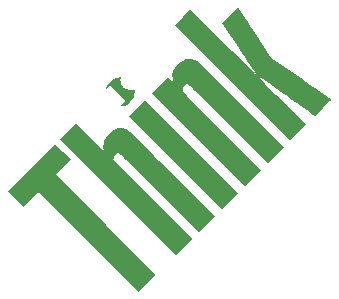
<source format=gto>
G04 #@! TF.GenerationSoftware,KiCad,Pcbnew,8.0.6-8.0.6-0~ubuntu22.04.1*
G04 #@! TF.CreationDate,2024-10-20T22:38:44+08:00*
G04 #@! TF.ProjectId,MacroPad,4d616372-6f50-4616-942e-6b696361645f,rev?*
G04 #@! TF.SameCoordinates,Original*
G04 #@! TF.FileFunction,Legend,Top*
G04 #@! TF.FilePolarity,Positive*
%FSLAX46Y46*%
G04 Gerber Fmt 4.6, Leading zero omitted, Abs format (unit mm)*
G04 Created by KiCad (PCBNEW 8.0.6-8.0.6-0~ubuntu22.04.1) date 2024-10-20 22:38:44*
%MOMM*%
%LPD*%
G01*
G04 APERTURE LIST*
G04 Aperture macros list*
%AMRotRect*
0 Rectangle, with rotation*
0 The origin of the aperture is its center*
0 $1 length*
0 $2 width*
0 $3 Rotation angle, in degrees counterclockwise*
0 Add horizontal line*
21,1,$1,$2,0,0,$3*%
G04 Aperture macros list end*
%ADD10C,0.000000*%
%ADD11C,1.750000*%
%ADD12C,4.000000*%
%ADD13C,2.500000*%
%ADD14R,2.000000X2.000000*%
%ADD15C,2.000000*%
%ADD16R,3.200000X2.000000*%
%ADD17R,1.524000X1.524000*%
%ADD18C,1.524000*%
%ADD19C,6.400000*%
%ADD20R,1.295400X1.295400*%
%ADD21C,1.295400*%
%ADD22RotRect,1.800000X1.800000X45.000000*%
%ADD23C,1.800000*%
%ADD24O,1.600000X2.000000*%
%ADD25R,1.600000X1.600000*%
%ADD26O,1.600000X1.600000*%
%ADD27C,1.400000*%
%ADD28O,1.400000X1.400000*%
%ADD29C,1.600000*%
%ADD30R,1.700000X1.700000*%
%ADD31O,1.700000X1.700000*%
G04 APERTURE END LIST*
D10*
G04 #@! TO.C,G\u002A\u002A\u002A*
G36*
X139342857Y-160915234D02*
G01*
X143278948Y-164851326D01*
X142595058Y-165535216D01*
X141911168Y-166219107D01*
X137990967Y-162283482D01*
X134070766Y-158347858D01*
X134738766Y-157663501D01*
X135406765Y-156979143D01*
X139342857Y-160915234D01*
G37*
G36*
X128494195Y-161371667D02*
G01*
X129147581Y-162025053D01*
X128509390Y-162663243D01*
X127871199Y-163301434D01*
X132110609Y-167540844D01*
X136350020Y-171780255D01*
X135620659Y-172509615D01*
X134891298Y-173238976D01*
X130651887Y-168999566D01*
X126412477Y-164760156D01*
X125774287Y-165398346D01*
X125136096Y-166036537D01*
X124482710Y-165383151D01*
X123829324Y-164729766D01*
X125835067Y-162724023D01*
X127840809Y-160718281D01*
X128494195Y-161371667D01*
G37*
G36*
X133604475Y-155112083D02*
G01*
X133885397Y-155224834D01*
X134145930Y-155417290D01*
X134176168Y-155446574D01*
X134378630Y-155702471D01*
X134504366Y-155984748D01*
X134550851Y-156282738D01*
X134515567Y-156585776D01*
X134475482Y-156712721D01*
X134354585Y-156938989D01*
X134176631Y-157155894D01*
X133968116Y-157333895D01*
X133859143Y-157399869D01*
X133643992Y-157472770D01*
X133388529Y-157501834D01*
X133126425Y-157486980D01*
X132891353Y-157428129D01*
X132832058Y-157402335D01*
X132555559Y-157223687D01*
X132346435Y-156991995D01*
X132202812Y-156705139D01*
X132194419Y-156680714D01*
X132124907Y-156361501D01*
X132138067Y-156065161D01*
X132234571Y-155788833D01*
X132415098Y-155529659D01*
X132483699Y-155456864D01*
X132742774Y-155251426D01*
X133022823Y-155125443D01*
X133313503Y-155078973D01*
X133604475Y-155112083D01*
G37*
G36*
X130761539Y-160113767D02*
G01*
X131919647Y-161271875D01*
X131904137Y-160979974D01*
X131912230Y-160743947D01*
X131953998Y-160506800D01*
X131976824Y-160429666D01*
X132025030Y-160301020D01*
X132078837Y-160196825D01*
X132153974Y-160094523D01*
X132266174Y-159971554D01*
X132368924Y-159867360D01*
X132595174Y-159654858D01*
X132790900Y-159505495D01*
X132972600Y-159410460D01*
X133156771Y-159360937D01*
X133341042Y-159347994D01*
X133594794Y-159373223D01*
X133828233Y-159456951D01*
X133858313Y-159472012D01*
X133896548Y-159492578D01*
X133936840Y-159517041D01*
X133982638Y-159548724D01*
X134037386Y-159590951D01*
X134104528Y-159647047D01*
X134187512Y-159720333D01*
X134289783Y-159814135D01*
X134414785Y-159931776D01*
X134565966Y-160076579D01*
X134746770Y-160251868D01*
X134960643Y-160460969D01*
X135211030Y-160707203D01*
X135501379Y-160993894D01*
X135835133Y-161324367D01*
X136215739Y-161701945D01*
X136646641Y-162129951D01*
X137131286Y-162611710D01*
X137673120Y-163150546D01*
X137717728Y-163194912D01*
X141336320Y-166793954D01*
X140651377Y-167478897D01*
X139966434Y-168163840D01*
X136667605Y-164865012D01*
X136137659Y-164335062D01*
X135665062Y-163862627D01*
X135246335Y-163444494D01*
X134877997Y-163077449D01*
X134556569Y-162758276D01*
X134278572Y-162483761D01*
X134040526Y-162250689D01*
X133838950Y-162055845D01*
X133670367Y-161896015D01*
X133531296Y-161767984D01*
X133418256Y-161668537D01*
X133327769Y-161594459D01*
X133256355Y-161542537D01*
X133200533Y-161509554D01*
X133156826Y-161492296D01*
X133121753Y-161487550D01*
X133091833Y-161492098D01*
X133063588Y-161502729D01*
X133039826Y-161513466D01*
X132893826Y-161619017D01*
X132790989Y-161771804D01*
X132755456Y-161906760D01*
X132743528Y-162065366D01*
X136065879Y-165403705D01*
X139388230Y-168742044D01*
X138704851Y-169425423D01*
X138021472Y-170108803D01*
X133128675Y-165216006D01*
X128235879Y-160323211D01*
X128919655Y-159639435D01*
X129603431Y-158955659D01*
X130761539Y-160113767D01*
G37*
G36*
X139406321Y-153520818D02*
G01*
X139677098Y-153630120D01*
X139953429Y-153808917D01*
X140022664Y-153868533D01*
X140150033Y-153986970D01*
X140333214Y-154161944D01*
X140569886Y-154391172D01*
X140857726Y-154672372D01*
X141194412Y-155003262D01*
X141577624Y-155381555D01*
X142005040Y-155804971D01*
X142474339Y-156271226D01*
X142983199Y-156778037D01*
X143529297Y-157323121D01*
X143681014Y-157474746D01*
X147168873Y-160961401D01*
X146500949Y-161629325D01*
X145833026Y-162297248D01*
X142535049Y-159015781D01*
X142003354Y-158486675D01*
X141529199Y-158014899D01*
X141109066Y-157597281D01*
X140739436Y-157230650D01*
X140416789Y-156911836D01*
X140137608Y-156637670D01*
X139898373Y-156404978D01*
X139695564Y-156210591D01*
X139525664Y-156051340D01*
X139385153Y-155924053D01*
X139270513Y-155825559D01*
X139178224Y-155752687D01*
X139104768Y-155702269D01*
X139046625Y-155671132D01*
X139000278Y-155656105D01*
X138962206Y-155654020D01*
X138928892Y-155661705D01*
X138896815Y-155675987D01*
X138862458Y-155693700D01*
X138853117Y-155698285D01*
X138710872Y-155807267D01*
X138624660Y-155958050D01*
X138605953Y-156125872D01*
X138621722Y-156197716D01*
X138633051Y-156225874D01*
X138651486Y-156259270D01*
X138680446Y-156301433D01*
X138723352Y-156355892D01*
X138783622Y-156426174D01*
X138864674Y-156515810D01*
X138969930Y-156628326D01*
X139102809Y-156767252D01*
X139266728Y-156936117D01*
X139465109Y-157138448D01*
X139701369Y-157377776D01*
X139978929Y-157657629D01*
X140301209Y-157981533D01*
X140671625Y-158353020D01*
X141093600Y-158775618D01*
X141570551Y-159252853D01*
X141949431Y-159631790D01*
X145223911Y-162906364D01*
X144555330Y-163574944D01*
X143886749Y-164243525D01*
X139951239Y-160308015D01*
X136015729Y-156372505D01*
X136684310Y-155703925D01*
X137352891Y-155035344D01*
X137567983Y-155250436D01*
X137783076Y-155465529D01*
X137751334Y-155234230D01*
X137745327Y-154896029D01*
X137822848Y-154575668D01*
X137984202Y-154272443D01*
X138229695Y-153985649D01*
X138334651Y-153889801D01*
X138618866Y-153675727D01*
X138886211Y-153543171D01*
X139145696Y-153491685D01*
X139406321Y-153520818D01*
G37*
G36*
X143349060Y-149205142D02*
G01*
X143384229Y-149259380D01*
X143461742Y-149378911D01*
X143577172Y-149556910D01*
X143726094Y-149786552D01*
X143904081Y-150061013D01*
X144106708Y-150373468D01*
X144329548Y-150717091D01*
X144568177Y-151085057D01*
X144748120Y-151362529D01*
X146080976Y-153417794D01*
X148604108Y-155157296D01*
X149020534Y-155444502D01*
X149416248Y-155717642D01*
X149785555Y-155972773D01*
X150122766Y-156205951D01*
X150422188Y-156413236D01*
X150678130Y-156590685D01*
X150884899Y-156734354D01*
X151036803Y-156840301D01*
X151128152Y-156904585D01*
X151153798Y-156923357D01*
X151132493Y-156959963D01*
X151058145Y-157047888D01*
X150939017Y-157178197D01*
X150783370Y-157341956D01*
X150599466Y-157530232D01*
X150499877Y-157630397D01*
X149819395Y-158310879D01*
X149734411Y-158259107D01*
X149685273Y-158225900D01*
X149572010Y-158147456D01*
X149400750Y-158028071D01*
X149177619Y-157872039D01*
X148908744Y-157683652D01*
X148600251Y-157467206D01*
X148258269Y-157226993D01*
X147888924Y-156967307D01*
X147498342Y-156692444D01*
X147366928Y-156599910D01*
X146970811Y-156321371D01*
X146593832Y-156057105D01*
X146242118Y-155811355D01*
X145921799Y-155588366D01*
X145639002Y-155392380D01*
X145399855Y-155227640D01*
X145210487Y-155098390D01*
X145077024Y-155008873D01*
X145005597Y-154963331D01*
X144996678Y-154958675D01*
X145009573Y-154981755D01*
X145080243Y-155061899D01*
X145205377Y-155195698D01*
X145381665Y-155379745D01*
X145605793Y-155610630D01*
X145874453Y-155884946D01*
X146184331Y-156199285D01*
X146532118Y-156550237D01*
X146914499Y-156934396D01*
X146980992Y-157001042D01*
X149053055Y-159077219D01*
X148384474Y-159745800D01*
X147715893Y-160414381D01*
X142823097Y-155521584D01*
X137930301Y-150628789D01*
X138598882Y-149960208D01*
X139267463Y-149291627D01*
X142038021Y-152062185D01*
X142442329Y-152466099D01*
X142828900Y-152851522D01*
X143193480Y-153214260D01*
X143531818Y-153550118D01*
X143839663Y-153854899D01*
X144112762Y-154124410D01*
X144346863Y-154354454D01*
X144537716Y-154540839D01*
X144681068Y-154679366D01*
X144772668Y-154765843D01*
X144808264Y-154796073D01*
X144808579Y-154795830D01*
X144785309Y-154754424D01*
X144718265Y-154647968D01*
X144611594Y-154482772D01*
X144469447Y-154265140D01*
X144295970Y-154001385D01*
X144095313Y-153697811D01*
X143871624Y-153360726D01*
X143629052Y-152996439D01*
X143375777Y-152617283D01*
X141942975Y-150475650D01*
X142612917Y-149789336D01*
X143282859Y-149103022D01*
X143349060Y-149205142D01*
G37*
G04 #@! TD*
%LPC*%
D11*
G04 #@! TO.C,SW12*
X99767500Y-121912500D03*
D12*
X104847500Y-121912500D03*
D11*
X109927500Y-121912500D03*
D13*
X101037500Y-119372500D03*
X107387500Y-116832500D03*
G04 #@! TD*
D11*
G04 #@! TO.C,SW14*
X118817500Y-83812500D03*
D12*
X123897500Y-83812500D03*
D11*
X128977500Y-83812500D03*
D13*
X120087500Y-81272500D03*
X126437500Y-78732500D03*
G04 #@! TD*
D11*
G04 #@! TO.C,SW5*
X61667500Y-140962500D03*
D12*
X66747500Y-140962500D03*
D11*
X71827500Y-140962500D03*
D13*
X62937500Y-138422500D03*
X69287500Y-135882500D03*
G04 #@! TD*
D11*
G04 #@! TO.C,SW13*
X99767500Y-140962500D03*
D12*
X104847500Y-140962500D03*
D11*
X109927500Y-140962500D03*
D13*
X101037500Y-138422500D03*
X107387500Y-135882500D03*
G04 #@! TD*
D11*
G04 #@! TO.C,SW8*
X80717500Y-121912500D03*
D12*
X85797500Y-121912500D03*
D11*
X90877500Y-121912500D03*
D13*
X81987500Y-119372500D03*
X88337500Y-116832500D03*
G04 #@! TD*
D11*
G04 #@! TO.C,SW7*
X80717500Y-102862500D03*
D12*
X85797500Y-102862500D03*
D11*
X90877500Y-102862500D03*
D13*
X81987500Y-100322500D03*
X88337500Y-97782500D03*
G04 #@! TD*
D11*
G04 #@! TO.C,SW15*
X118817500Y-102862500D03*
D12*
X123897500Y-102862500D03*
D11*
X128977500Y-102862500D03*
D13*
X120087500Y-100322500D03*
X126437500Y-97782500D03*
G04 #@! TD*
D11*
G04 #@! TO.C,SW11*
X99767500Y-102862500D03*
D12*
X104847500Y-102862500D03*
D11*
X109927500Y-102862500D03*
D13*
X101037500Y-100322500D03*
X107387500Y-97782500D03*
G04 #@! TD*
D14*
G04 #@! TO.C,SW1*
X119072500Y-38157500D03*
D15*
X119072500Y-43157500D03*
X119072500Y-40657500D03*
D16*
X126572500Y-35057500D03*
X126572500Y-46257500D03*
D15*
X133572500Y-43157500D03*
X133572500Y-38157500D03*
G04 #@! TD*
D17*
G04 #@! TO.C,U3*
X53989300Y-61157500D03*
D18*
X58989300Y-61157500D03*
G04 #@! TD*
D19*
G04 #@! TO.C,H2*
X43822500Y-32407500D03*
G04 #@! TD*
D20*
G04 #@! TO.C,U2*
X146902500Y-55657500D03*
D21*
X144362500Y-55657500D03*
X141822500Y-55657500D03*
X139282500Y-55657500D03*
X136742500Y-55657500D03*
X134202500Y-55657500D03*
X131662500Y-55657500D03*
X129122500Y-55657500D03*
X129122500Y-63277500D03*
X131662500Y-63277500D03*
X134202500Y-63277500D03*
X136742500Y-63277500D03*
X139282500Y-63277500D03*
X141822500Y-63277500D03*
X144362500Y-63277500D03*
X146902500Y-63277500D03*
G04 #@! TD*
D11*
G04 #@! TO.C,SW9*
X80717500Y-140962500D03*
D12*
X85797500Y-140962500D03*
D11*
X90877500Y-140962500D03*
D13*
X81987500Y-138422500D03*
X88337500Y-135882500D03*
G04 #@! TD*
D11*
G04 #@! TO.C,SW10*
X99767500Y-83812500D03*
D12*
X104847500Y-83812500D03*
D11*
X109927500Y-83812500D03*
D13*
X101037500Y-81272500D03*
X107387500Y-78732500D03*
G04 #@! TD*
D19*
G04 #@! TO.C,H3*
X146822500Y-168907500D03*
G04 #@! TD*
G04 #@! TO.C,H4*
X43822500Y-168907500D03*
G04 #@! TD*
D11*
G04 #@! TO.C,SW17*
X118817500Y-140962500D03*
D12*
X123897500Y-140962500D03*
D11*
X128977500Y-140962500D03*
D13*
X120087500Y-138422500D03*
X126437500Y-135882500D03*
G04 #@! TD*
D11*
G04 #@! TO.C,SW4*
X61667500Y-121912500D03*
D12*
X66747500Y-121912500D03*
D11*
X71827500Y-121912500D03*
D13*
X62937500Y-119372500D03*
X69287500Y-116832500D03*
G04 #@! TD*
D22*
G04 #@! TO.C,D33*
X132420900Y-157059100D03*
D23*
X134216951Y-155263049D03*
G04 #@! TD*
D11*
G04 #@! TO.C,SW16*
X118817500Y-121912500D03*
D12*
X123897500Y-121912500D03*
D11*
X128977500Y-121912500D03*
D13*
X120087500Y-119372500D03*
X126437500Y-116832500D03*
G04 #@! TD*
D11*
G04 #@! TO.C,SW3*
X61667500Y-102862500D03*
D12*
X66747500Y-102862500D03*
D11*
X71827500Y-102862500D03*
D13*
X62937500Y-100322500D03*
X69287500Y-97782500D03*
G04 #@! TD*
D24*
G04 #@! TO.C,Brd1*
X91702500Y-30057500D03*
X94242500Y-30057500D03*
X96782500Y-30057500D03*
X99322500Y-30057500D03*
G04 #@! TD*
D19*
G04 #@! TO.C,H1*
X146822500Y-32407500D03*
G04 #@! TD*
D11*
G04 #@! TO.C,SW6*
X80717500Y-83812500D03*
D12*
X85797500Y-83812500D03*
D11*
X90877500Y-83812500D03*
D13*
X81987500Y-81272500D03*
X88337500Y-78732500D03*
G04 #@! TD*
D11*
G04 #@! TO.C,SW2*
X61667500Y-83812500D03*
D12*
X66747500Y-83812500D03*
D11*
X71827500Y-83812500D03*
D13*
X62937500Y-81272500D03*
X69287500Y-78732500D03*
G04 #@! TD*
D25*
G04 #@! TO.C,D10*
X92282500Y-71197500D03*
D26*
X92282500Y-63577500D03*
G04 #@! TD*
D25*
G04 #@! TO.C,D7*
X101582500Y-71197500D03*
D26*
X101582500Y-63577500D03*
G04 #@! TD*
D27*
G04 #@! TO.C,R2*
X67482500Y-71197500D03*
D28*
X67482500Y-63577500D03*
G04 #@! TD*
D27*
G04 #@! TO.C,R1*
X70582500Y-71197500D03*
D28*
X70582500Y-63577500D03*
G04 #@! TD*
D25*
G04 #@! TO.C,D8*
X98482500Y-71197500D03*
D26*
X98482500Y-63577500D03*
G04 #@! TD*
D25*
G04 #@! TO.C,D16*
X73682500Y-71197500D03*
D26*
X73682500Y-63577500D03*
G04 #@! TD*
D25*
G04 #@! TO.C,D34*
X123282500Y-71197500D03*
D26*
X123282500Y-63577500D03*
G04 #@! TD*
D25*
G04 #@! TO.C,U1*
X72442500Y-30287500D03*
D29*
X72442500Y-32827500D03*
X72442500Y-35367500D03*
X72442500Y-37907500D03*
X72442500Y-40447500D03*
X72442500Y-42987500D03*
X72442500Y-45527500D03*
X57202500Y-45527500D03*
X57202500Y-42987500D03*
X57202500Y-40447500D03*
X57202500Y-37907500D03*
X57202500Y-35367500D03*
X57202500Y-32827500D03*
X57202500Y-30287500D03*
G04 #@! TD*
D25*
G04 #@! TO.C,D15*
X76782500Y-71197500D03*
D26*
X76782500Y-63577500D03*
G04 #@! TD*
D25*
G04 #@! TO.C,D14*
X79882500Y-71197500D03*
D26*
X79882500Y-63577500D03*
G04 #@! TD*
D25*
G04 #@! TO.C,D5*
X107782500Y-71197500D03*
D26*
X107782500Y-63577500D03*
G04 #@! TD*
D25*
G04 #@! TO.C,D11*
X89182500Y-71197500D03*
D26*
X89182500Y-63577500D03*
G04 #@! TD*
D25*
G04 #@! TO.C,D12*
X86082500Y-71197500D03*
D26*
X86082500Y-63577500D03*
G04 #@! TD*
D25*
G04 #@! TO.C,D6*
X104682500Y-71197500D03*
D26*
X104682500Y-63577500D03*
G04 #@! TD*
D25*
G04 #@! TO.C,D1*
X120182500Y-71197500D03*
D26*
X120182500Y-63577500D03*
G04 #@! TD*
D25*
G04 #@! TO.C,D3*
X113982500Y-71197500D03*
D26*
X113982500Y-63577500D03*
G04 #@! TD*
D25*
G04 #@! TO.C,D2*
X117082500Y-71197500D03*
D26*
X117082500Y-63577500D03*
G04 #@! TD*
D27*
G04 #@! TO.C,R3*
X67482500Y-71197500D03*
D28*
X67482500Y-63577500D03*
G04 #@! TD*
D30*
G04 #@! TO.C,J1*
X48822500Y-92957500D03*
D31*
X48822500Y-95497500D03*
X48822500Y-98037500D03*
X48822500Y-100577500D03*
X48822500Y-103117500D03*
X48822500Y-105657500D03*
X48822500Y-108197500D03*
X48822500Y-110737500D03*
X48822500Y-113277500D03*
X48822500Y-115817500D03*
G04 #@! TD*
D25*
G04 #@! TO.C,D9*
X95382500Y-71197500D03*
D26*
X95382500Y-63577500D03*
G04 #@! TD*
D25*
G04 #@! TO.C,D13*
X82982500Y-71197500D03*
D26*
X82982500Y-63577500D03*
G04 #@! TD*
D25*
G04 #@! TO.C,D4*
X110882500Y-71197500D03*
D26*
X110882500Y-63577500D03*
G04 #@! TD*
%LPD*%
M02*

</source>
